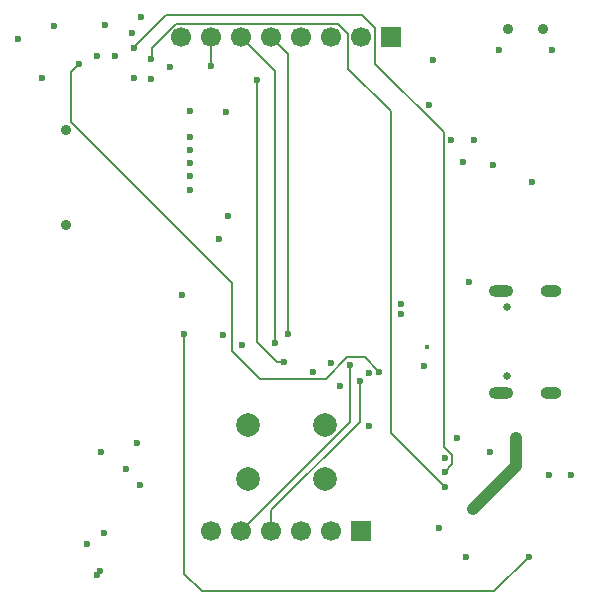
<source format=gbr>
%TF.GenerationSoftware,KiCad,Pcbnew,9.0.1*%
%TF.CreationDate,2025-09-05T18:40:03+02:00*%
%TF.ProjectId,cartouche v1,63617274-6f75-4636-9865-2076312e6b69,rev?*%
%TF.SameCoordinates,Original*%
%TF.FileFunction,Copper,L2,Inr*%
%TF.FilePolarity,Positive*%
%FSLAX46Y46*%
G04 Gerber Fmt 4.6, Leading zero omitted, Abs format (unit mm)*
G04 Created by KiCad (PCBNEW 9.0.1) date 2025-09-05 18:40:03*
%MOMM*%
%LPD*%
G01*
G04 APERTURE LIST*
%TA.AperFunction,ComponentPad*%
%ADD10C,0.650000*%
%TD*%
%TA.AperFunction,HeatsinkPad*%
%ADD11O,2.100000X1.000000*%
%TD*%
%TA.AperFunction,HeatsinkPad*%
%ADD12O,1.800000X1.000000*%
%TD*%
%TA.AperFunction,ComponentPad*%
%ADD13C,0.900000*%
%TD*%
%TA.AperFunction,ComponentPad*%
%ADD14C,2.000000*%
%TD*%
%TA.AperFunction,ComponentPad*%
%ADD15R,1.700000X1.700000*%
%TD*%
%TA.AperFunction,ComponentPad*%
%ADD16C,1.700000*%
%TD*%
%TA.AperFunction,ViaPad*%
%ADD17C,0.600000*%
%TD*%
%TA.AperFunction,ViaPad*%
%ADD18C,0.450000*%
%TD*%
%TA.AperFunction,Conductor*%
%ADD19C,0.200000*%
%TD*%
%TA.AperFunction,Conductor*%
%ADD20C,1.000000*%
%TD*%
G04 APERTURE END LIST*
D10*
%TO.N,*%
%TO.C,USB-C*%
X168985000Y-109940000D03*
X168985000Y-104160000D03*
D11*
%TO.N,GND*%
X168485000Y-111370000D03*
D12*
X172665000Y-111370000D03*
D11*
X168485000Y-102730000D03*
D12*
X172665000Y-102730000D03*
%TD*%
D13*
%TO.N,*%
%TO.C,switch_ON/OFF*%
X172050000Y-80600000D03*
X169050000Y-80600000D03*
%TD*%
%TO.N,*%
%TO.C,MicroSD*%
X131587500Y-97150000D03*
X131587500Y-89150000D03*
%TD*%
D14*
%TO.N,Net-(R3-Pad2)*%
%TO.C,S1*%
X147024999Y-114150000D03*
X153524999Y-114150000D03*
%TO.N,GND*%
X147024999Y-118650000D03*
X153524999Y-118650000D03*
%TD*%
D15*
%TO.N,GND*%
%TO.C,SCREEN*%
X159164999Y-81300000D03*
D16*
%TO.N,Vout3v3*%
X156624999Y-81300000D03*
%TO.N,SPI SCK*%
X154084999Y-81300000D03*
%TO.N,SPI MOSI*%
X151544999Y-81300000D03*
%TO.N,Net-(U3-RES)*%
X149004999Y-81300000D03*
%TO.N,\u00C9cran D{slash}C*%
X146464999Y-81300000D03*
%TO.N,Net-(U3-CS)*%
X143924999Y-81300000D03*
%TO.N,Vout3v3*%
X141384999Y-81300000D03*
%TD*%
D15*
%TO.N,GND*%
%TO.C,J2*%
X156624999Y-123100000D03*
D16*
%TO.N,CS Console*%
X154084999Y-123100000D03*
%TO.N,SPI MOSI*%
X151544999Y-123100000D03*
%TO.N,SPI MISO*%
X149004999Y-123100000D03*
%TO.N,SPI SCK*%
X146464999Y-123100000D03*
%TO.N,+5V*%
X143924999Y-123100000D03*
%TD*%
D17*
%TO.N,Vin*%
X133400000Y-124225000D03*
X134500000Y-126500000D03*
X134225000Y-126825000D03*
%TO.N,GND*%
X165500000Y-125300000D03*
X140425000Y-83800000D03*
X164725000Y-115200000D03*
X142087500Y-90850000D03*
X127525000Y-81450000D03*
X135775000Y-82900000D03*
D18*
X162200000Y-107500000D03*
D17*
X141425000Y-103125000D03*
%TO.N,OUT+*%
X141600000Y-106400000D03*
X165200000Y-91875000D03*
X161900000Y-109100000D03*
X163700000Y-116900000D03*
X170800000Y-125300000D03*
%TO.N,+5V*%
X137200000Y-80900000D03*
X166050000Y-121250000D03*
X169700000Y-115200000D03*
X165750000Y-102050000D03*
%TO.N,Vout3v3*%
X162725000Y-83250000D03*
X142100000Y-93050000D03*
X130600000Y-80300000D03*
X134225000Y-82900000D03*
X144600000Y-98400000D03*
X172800000Y-82360000D03*
X168300000Y-82400000D03*
%TO.N,Vin*%
X134875000Y-123225000D03*
X164250000Y-90000000D03*
X167800000Y-92100000D03*
%TO.N,Net-(U_polux1-VAUX)*%
X136700000Y-117800000D03*
X137600000Y-115600000D03*
%TO.N,SPI MOSI*%
X142100000Y-94200000D03*
X154825999Y-110825000D03*
%TO.N,SPI MISO*%
X142087500Y-89750000D03*
X156500000Y-110400000D03*
%TO.N,SPI SCK*%
X142087500Y-91950000D03*
X155700000Y-109000000D03*
%TO.N,CS Console*%
X154100000Y-108900000D03*
%TO.N,LEDrgb*%
X160000000Y-103900000D03*
X162400000Y-87050000D03*
%TO.N,Net-(Q3-G2)*%
X167500000Y-116400000D03*
X174400000Y-118362500D03*
%TO.N,Net-(Q3-G1)*%
X163200000Y-122800000D03*
X172500000Y-118362500D03*
%TO.N,Net-(U_TC4056A1-CHRG)*%
X138850000Y-83125000D03*
X163700000Y-119356348D03*
%TO.N,Net-(U_TC4056A1-STDBY)*%
X163678652Y-118065000D03*
X137400000Y-82202767D03*
%TO.N,CS_sdcard*%
X145300000Y-96400000D03*
X152500000Y-109600000D03*
%TO.N,CD*%
X157300000Y-109700000D03*
X145200000Y-87600000D03*
%TO.N,Boot Mode Select*%
X132725000Y-83550000D03*
X158100000Y-109600000D03*
%TO.N,CS \u00C9cran*%
X147800000Y-84900000D03*
X150100000Y-108800000D03*
%TO.N,SW-reset*%
X129615472Y-84755913D03*
X146500000Y-107300000D03*
%TO.N,Net-(LED2-K)*%
X137950000Y-79600000D03*
X138850000Y-84800000D03*
%TO.N,SW-1*%
X160000000Y-104700000D03*
X157300000Y-114200000D03*
%TO.N,Net-(LED3-K)*%
X134900000Y-80215000D03*
X137350000Y-84750000D03*
%TO.N,Net-(Q1-S)*%
X166150000Y-89950000D03*
X171050000Y-93550000D03*
%TO.N,\u00C9cran D{slash}C*%
X149300000Y-107200000D03*
%TO.N,Net-(U2-CD)*%
X142087500Y-87550000D03*
%TO.N,Net-(U3-RES)*%
X144900000Y-106500000D03*
X150400000Y-106400000D03*
%TO.N,Net-(U3-CS)*%
X143900000Y-83700000D03*
%TO.N,3v3*%
X134612500Y-116387500D03*
X137900000Y-119200000D03*
%TD*%
D19*
%TO.N,Net-(U_TC4056A1-STDBY)*%
X163678652Y-118065000D02*
X164301000Y-117442652D01*
X164301000Y-117442652D02*
X164301000Y-116651057D01*
X164301000Y-116651057D02*
X163600000Y-115950057D01*
X157775999Y-80525999D02*
X156690000Y-79440000D01*
X156690000Y-79440000D02*
X140060000Y-79440000D01*
X163600000Y-115950057D02*
X163600000Y-89335661D01*
X163600000Y-89335661D02*
X157775999Y-83511660D01*
X157775999Y-83511660D02*
X157775999Y-80525999D01*
X140060000Y-79440000D02*
X137300000Y-82200000D01*
%TO.N,Net-(U_TC4056A1-CHRG)*%
X138850000Y-83125000D02*
X138900000Y-83075000D01*
X138900000Y-83075000D02*
X138900000Y-82157239D01*
X138900000Y-82157239D02*
X140908239Y-80149000D01*
X140908239Y-80149000D02*
X154649000Y-80149000D01*
X154649000Y-80149000D02*
X155473999Y-80973999D01*
X155473999Y-80973999D02*
X155473999Y-83933999D01*
X155473999Y-83933999D02*
X159100000Y-87560000D01*
X159100000Y-87560000D02*
X159100000Y-114756348D01*
X159100000Y-114756348D02*
X163700000Y-119356348D01*
%TO.N,CS \u00C9cran*%
X147800000Y-84900000D02*
X147810000Y-84910000D01*
X147810000Y-84910000D02*
X147810000Y-107110000D01*
X147810000Y-107110000D02*
X149500000Y-108800000D01*
X149500000Y-108800000D02*
X150100000Y-108800000D01*
%TO.N,Boot Mode Select*%
X132725000Y-83550000D02*
X132025000Y-84250000D01*
X145670000Y-107860000D02*
X148011000Y-110201000D01*
X132025000Y-84250000D02*
X132025000Y-88454715D01*
X148011000Y-110201000D02*
X153649057Y-110201000D01*
X132025000Y-88454715D02*
X145670000Y-102099715D01*
X156899000Y-108399000D02*
X158100000Y-109600000D01*
X145670000Y-102099715D02*
X145670000Y-107860000D01*
X153649057Y-110201000D02*
X155451057Y-108399000D01*
X155451057Y-108399000D02*
X156899000Y-108399000D01*
%TO.N,OUT+*%
X170800000Y-125300000D02*
X167901000Y-128199000D01*
X143100000Y-128199000D02*
X141600000Y-126699000D01*
X141600000Y-126699000D02*
X141600000Y-106400000D01*
X167901000Y-128199000D02*
X143100000Y-128199000D01*
D20*
%TO.N,+5V*%
X169700000Y-115200000D02*
X169700000Y-117600000D01*
X169700000Y-117600000D02*
X166050000Y-121250000D01*
D19*
%TO.N,SPI MOSI*%
X151544999Y-123100000D02*
X151500000Y-123100000D01*
%TO.N,SPI MISO*%
X156500000Y-113835107D02*
X156500000Y-110400000D01*
X149004999Y-123100000D02*
X149004999Y-121330108D01*
X149004999Y-121330108D02*
X156500000Y-113835107D01*
%TO.N,SPI SCK*%
X154084999Y-81300000D02*
X154100000Y-81300000D01*
X155700000Y-113864999D02*
X146464999Y-123100000D01*
X155700000Y-109600000D02*
X155700000Y-109000000D01*
X155700000Y-109500000D02*
X155700000Y-113864999D01*
X155700000Y-109500000D02*
X155700000Y-109600000D01*
X154100000Y-81300000D02*
X154200000Y-81400000D01*
%TO.N,CS \u00C9cran*%
X150100000Y-108849943D02*
X150100000Y-108800000D01*
%TO.N,\u00C9cran D{slash}C*%
X149300000Y-107200000D02*
X149300000Y-84135001D01*
X149300000Y-84135001D02*
X146464999Y-81300000D01*
%TO.N,Net-(U3-RES)*%
X150400000Y-82695001D02*
X150400000Y-106400000D01*
X149004999Y-81300000D02*
X150400000Y-82695001D01*
%TO.N,Net-(U3-CS)*%
X143924999Y-81300000D02*
X143900000Y-81300000D01*
X143900000Y-81300000D02*
X143900000Y-83700000D01*
X143900000Y-83700000D02*
X143900000Y-83800000D01*
%TD*%
M02*

</source>
